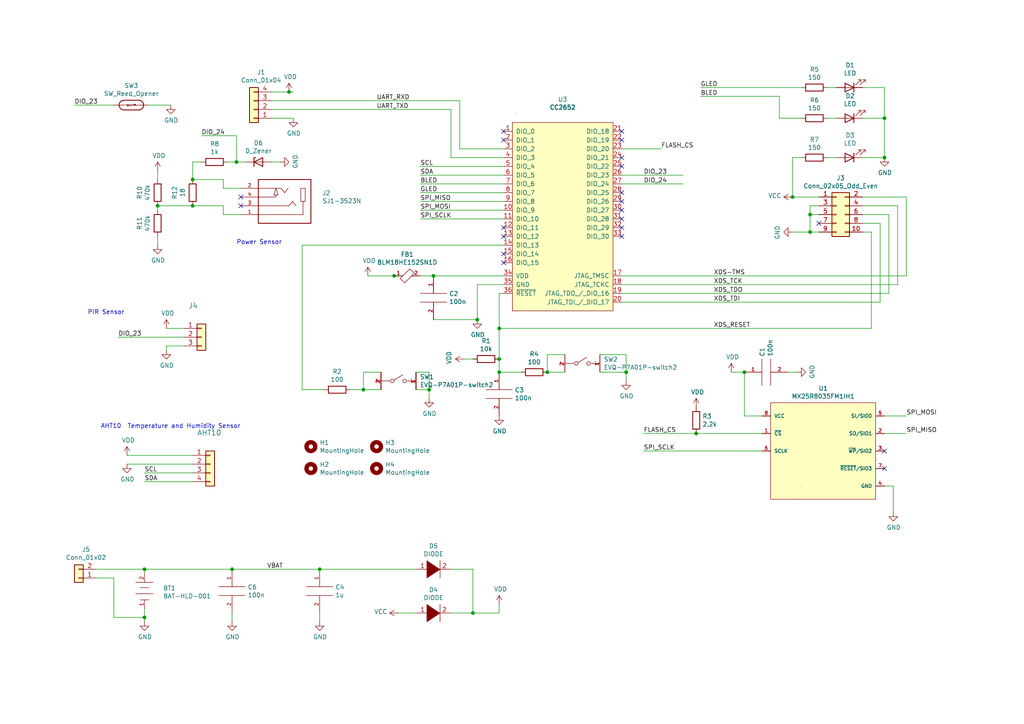
<source format=kicad_sch>
(kicad_sch (version 20211123) (generator eeschema)
  (paper "A4")
  (lib_symbols
    (symbol "Connector_Generic:Conn_01x02" (pin_names (offset 1.016) hide)
      (property "Reference" "J" (at 0 2.54 0))
      (property "Value" "Conn_01x02" (at 0 -5.08 0))
      (symbol "Conn_01x02_1_1"
        (rectangle (start -1.27 -2.413) (end 0 -2.667) (stroke (width 0.1524)))
        (rectangle (start -1.27 0.127) (end 0 -0.127) (stroke (width 0.1524)))
        (rectangle (start -1.27 1.27) (end 1.27 -3.81) (stroke (width 0.254)) (fill (type background)))
        (pin passive line (at -5.08 0 0) (length 3.81) (name "Pin_1") (number "1"))
        (pin passive line (at -5.08 -2.54 0) (length 3.81) (name "Pin_2") (number "2"))
      )
    )
    (symbol "Connector_Generic:Conn_01x03" (pin_names (offset 1.016) hide)
      (property "Reference" "J" (at 0 5.08 0))
      (property "Value" "Conn_01x03" (at 0 -5.08 0))
      (symbol "Conn_01x03_1_1"
        (rectangle (start -1.27 -2.413) (end 0 -2.667) (stroke (width 0.1524)))
        (rectangle (start -1.27 0.127) (end 0 -0.127) (stroke (width 0.1524)))
        (rectangle (start -1.27 2.667) (end 0 2.413) (stroke (width 0.1524)))
        (rectangle (start -1.27 3.81) (end 1.27 -3.81) (stroke (width 0.254)) (fill (type background)))
        (pin passive line (at -5.08 2.54 0) (length 3.81) (name "Pin_1") (number "1"))
        (pin passive line (at -5.08 0 0) (length 3.81) (name "Pin_2") (number "2"))
        (pin passive line (at -5.08 -2.54 0) (length 3.81) (name "Pin_3") (number "3"))
      )
    )
    (symbol "Connector_Generic:Conn_01x04" (pin_names (offset 1.016) hide)
      (property "Reference" "J" (at 0 5.08 0))
      (property "Value" "Conn_01x04" (at 0 -7.62 0))
      (symbol "Conn_01x04_1_1"
        (rectangle (start -1.27 -4.953) (end 0 -5.207) (stroke (width 0.1524)))
        (rectangle (start -1.27 -2.413) (end 0 -2.667) (stroke (width 0.1524)))
        (rectangle (start -1.27 0.127) (end 0 -0.127) (stroke (width 0.1524)))
        (rectangle (start -1.27 2.667) (end 0 2.413) (stroke (width 0.1524)))
        (rectangle (start -1.27 3.81) (end 1.27 -6.35) (stroke (width 0.254)) (fill (type background)))
        (pin passive line (at -5.08 2.54 0) (length 3.81) (name "Pin_1") (number "1"))
        (pin passive line (at -5.08 0 0) (length 3.81) (name "Pin_2") (number "2"))
        (pin passive line (at -5.08 -2.54 0) (length 3.81) (name "Pin_3") (number "3"))
        (pin passive line (at -5.08 -5.08 0) (length 3.81) (name "Pin_4") (number "4"))
      )
    )
    (symbol "Connector_Generic:Conn_02x05_Odd_Even" (pin_names (offset 1.016) hide)
      (property "Reference" "J" (at 1.27 7.62 0))
      (property "Value" "Conn_02x05_Odd_Even" (at 1.27 -7.62 0))
      (symbol "Conn_02x05_Odd_Even_1_1"
        (rectangle (start -1.27 -4.953) (end 0 -5.207) (stroke (width 0.1524)))
        (rectangle (start -1.27 -2.413) (end 0 -2.667) (stroke (width 0.1524)))
        (rectangle (start -1.27 0.127) (end 0 -0.127) (stroke (width 0.1524)))
        (rectangle (start -1.27 2.667) (end 0 2.413) (stroke (width 0.1524)))
        (rectangle (start -1.27 5.207) (end 0 4.953) (stroke (width 0.1524)))
        (rectangle (start -1.27 6.35) (end 3.81 -6.35) (stroke (width 0.254)) (fill (type background)))
        (rectangle (start 3.81 -4.953) (end 2.54 -5.207) (stroke (width 0.1524)))
        (rectangle (start 3.81 -2.413) (end 2.54 -2.667) (stroke (width 0.1524)))
        (rectangle (start 3.81 0.127) (end 2.54 -0.127) (stroke (width 0.1524)))
        (rectangle (start 3.81 2.667) (end 2.54 2.413) (stroke (width 0.1524)))
        (rectangle (start 3.81 5.207) (end 2.54 4.953) (stroke (width 0.1524)))
        (pin passive line (at -5.08 5.08 0) (length 3.81) (name "Pin_1") (number "1"))
        (pin passive line (at 7.62 -5.08 180) (length 3.81) (name "Pin_10") (number "10"))
        (pin passive line (at 7.62 5.08 180) (length 3.81) (name "Pin_2") (number "2"))
        (pin passive line (at -5.08 2.54 0) (length 3.81) (name "Pin_3") (number "3"))
        (pin passive line (at 7.62 2.54 180) (length 3.81) (name "Pin_4") (number "4"))
        (pin passive line (at -5.08 0 0) (length 3.81) (name "Pin_5") (number "5"))
        (pin passive line (at 7.62 0 180) (length 3.81) (name "Pin_6") (number "6"))
        (pin passive line (at -5.08 -2.54 0) (length 3.81) (name "Pin_7") (number "7"))
        (pin passive line (at 7.62 -2.54 180) (length 3.81) (name "Pin_8") (number "8"))
        (pin passive line (at -5.08 -5.08 0) (length 3.81) (name "Pin_9") (number "9"))
      )
    )
    (symbol "Device:D_Zener" (pin_numbers hide) (pin_names (offset 1.016) hide)
      (property "Reference" "D" (at 0 2.54 0))
      (property "Value" "D_Zener" (at 0 -2.54 0))
      (symbol "D_Zener_0_1"
        (polyline (pts (xy 1.27 0) (xy -1.27 0)))
        (polyline (pts (xy -1.27 -1.27) (xy -1.27 1.27) (xy -0.762 1.27)) (stroke (width 0.254)))
        (polyline (pts (xy 1.27 -1.27) (xy 1.27 1.27) (xy -1.27 0) (xy 1.27 -1.27)) (stroke (width 0.254)))
      )
      (symbol "D_Zener_1_1"
        (pin passive line (at -3.81 0 0) (length 2.54) (name "K") (number "1"))
        (pin passive line (at 3.81 0 180) (length 2.54) (name "A") (number "2"))
      )
    )
    (symbol "Device:LED" (pin_numbers hide) (pin_names (offset 1.016) hide)
      (property "Reference" "D" (at 0 2.54 0))
      (property "Value" "LED" (at 0 -2.54 0))
      (symbol "LED_0_1"
        (polyline (pts (xy -1.27 -1.27) (xy -1.27 1.27)) (stroke (width 0.254)))
        (polyline (pts (xy -1.27 0) (xy 1.27 0)))
        (polyline (pts (xy 1.27 -1.27) (xy 1.27 1.27) (xy -1.27 0) (xy 1.27 -1.27)) (stroke (width 0.254)))
        (polyline (pts (xy -3.048 -0.762) (xy -4.572 -2.286) (xy -3.81 -2.286) (xy -4.572 -2.286) (xy -4.572 -1.524)))
        (polyline (pts (xy -1.778 -0.762) (xy -3.302 -2.286) (xy -2.54 -2.286) (xy -3.302 -2.286) (xy -3.302 -1.524)))
      )
      (symbol "LED_1_1"
        (pin passive line (at -3.81 0 0) (length 2.54) (name "K") (number "1"))
        (pin passive line (at 3.81 0 180) (length 2.54) (name "A") (number "2"))
      )
    )
    (symbol "Device:R" (pin_numbers hide) (pin_names (offset 0))
      (property "Reference" "R" (at 2.032 0 90))
      (property "Value" "R" (at 0 0 90))
      (symbol "R_0_1"
        (rectangle (start -1.016 -2.54) (end 1.016 2.54) (stroke (width 0.254)))
      )
      (symbol "R_1_1"
        (pin passive line (at 0 3.81 270) (length 1.27) (name "~") (number "1"))
        (pin passive line (at 0 -3.81 90) (length 1.27) (name "~") (number "2"))
      )
    )
    (symbol "Mechanical:MountingHole" (pin_names (offset 1.016))
      (property "Reference" "H" (at 0 5.08 0))
      (property "Value" "MountingHole" (at 0 3.175 0))
      (symbol "MountingHole_0_1"
        (circle (center 0 0) (radius 1.27) (stroke (width 1.27)))
      )
    )
    (symbol "Switch:SW_Reed_Opener" (pin_numbers hide) (pin_names (offset 0) hide)
      (property "Reference" "SW" (at 0 2.54 0))
      (property "Value" "SW_Reed_Opener" (at 0 -2.54 0))
      (symbol "SW_Reed_Opener_0_0"
        (arc (start -2.159 1.397) (mid -3.556 0) (end -2.159 -1.397) (stroke (width 0.254)))
        (polyline (pts (xy -2.54 0) (xy 1.27 0.254)))
        (polyline (pts (xy -2.159 -1.397) (xy 2.286 -1.397)) (stroke (width 0.254)))
        (polyline (pts (xy 2.159 1.397) (xy -2.159 1.397)) (stroke (width 0.254)))
        (polyline (pts (xy 2.54 0) (xy -1.27 -0.254)))
        (arc (start 2.159 -1.397) (mid 3.556 0) (end 2.159 1.397) (stroke (width 0.254)))
      )
      (symbol "SW_Reed_Opener_0_1"
        (rectangle (start -1.1684 0.0508) (end -0.8636 -0.2032) (fill (type outline)))
        (rectangle (start 0.889 0.1778) (end 1.143 -0.0762) (fill (type outline)))
      )
      (symbol "SW_Reed_Opener_1_1"
        (pin passive line (at -5.08 0 0) (length 2.54) (name "1") (number "1"))
        (pin passive line (at 5.08 0 180) (length 2.54) (name "2") (number "2"))
      )
    )
    (symbol "cc2652_module_rf_star:BAT-HLD-001" (pin_names (offset 1.016))
      (property "Reference" "BT" (at 0 0 0))
      (property "Value" "BAT-HLD-001" (at 0 2.54 0))
      (symbol "BAT-HLD-001_1_0"
        (text "+" (at 2.54 -3.048 1) (effects (font (size 1.524 1.524))))
        (text "-" (at 3.81 -12.7 0) (effects (font (size 1.524 1.524))))
      )
      (symbol "BAT-HLD-001_1_1"
        (polyline (pts (xy 1.27 -10.16) (xy -1.27 -10.16)))
        (polyline (pts (xy 1.27 -6.604) (xy -1.27 -6.604)))
        (polyline (pts (xy 2.54 -8.382) (xy -2.54 -8.382)))
        (polyline (pts (xy 2.54 -5.08) (xy -2.54 -5.08)))
        (pin unspecified line (at 0 -12.7 90) (length 2.54) (name "CATHODE") (number "1"))
        (pin unspecified line (at 0 -2.54 270) (length 2.54) (name "ANODE") (number "2"))
      )
    )
    (symbol "cc2652_module_rf_star:BLM18HE152SN1D" (pin_names (offset 1.016))
      (property "Reference" "FB" (at 0 5.08 0))
      (property "Value" "BLM18HE152SN1D" (at 0 7.62 0))
      (symbol "BLM18HE152SN1D_1_1"
        (polyline (pts (xy 4.318 -0.762) (xy 7.112 2.032)))
        (polyline (pts (xy 5.588 -2.032) (xy 4.318 -0.762)))
        (polyline (pts (xy 5.588 -2.032) (xy 8.382 0.762)))
        (polyline (pts (xy 7.112 2.032) (xy 8.382 0.762)))
        (pin passive line (at 2.54 0 0) (length 2.54) (name "1") (number "1"))
        (pin passive line (at 10.16 0 180) (length 2.54) (name "2") (number "2"))
      )
    )
    (symbol "cc2652_module_rf_star:CC2652" (pin_names (offset 1.016))
      (property "Reference" "U" (at -12.7 24.13 0))
      (property "Value" "CC2652" (at 0 17.78 0))
      (symbol "CC2652_0_1"
        (rectangle (start -12.7 24.13) (end -12.7 24.13))
        (rectangle (start 15.24 -33.02) (end -13.97 21.59) (fill (type background)))
      )
      (symbol "CC2652_1_1"
        (pin bidirectional line (at -16.51 19.05 0) (length 2.54) (name "DIO_0") (number "1"))
        (pin bidirectional line (at -16.51 -3.81 0) (length 2.54) (name "DIO_9") (number "10"))
        (pin bidirectional line (at -16.51 -6.35 0) (length 2.54) (name "DIO_10") (number "11"))
        (pin bidirectional line (at -16.51 -8.89 0) (length 2.54) (name "DIO_11") (number "12"))
        (pin bidirectional line (at -16.51 -11.43 0) (length 2.54) (name "DIO_12") (number "13"))
        (pin bidirectional line (at -16.51 -13.97 0) (length 2.54) (name "DIO_13") (number "14"))
        (pin bidirectional line (at -16.51 -16.51 0) (length 2.54) (name "DIO_14") (number "15"))
        (pin bidirectional line (at -16.51 -19.05 0) (length 2.54) (name "DIO_15") (number "16"))
        (pin bidirectional line (at 17.78 -22.86 180) (length 2.54) (name "JTAG_TMSC") (number "17"))
        (pin input line (at 17.78 -25.4 180) (length 2.54) (name "JTAG_TCKC") (number "18"))
        (pin bidirectional line (at 17.78 -27.94 180) (length 2.54) (name "JTAG_TDO_/_DIO_16") (number "19"))
        (pin bidirectional line (at -16.51 16.51 0) (length 2.54) (name "DIO_1") (number "2"))
        (pin bidirectional line (at 17.78 -30.48 180) (length 2.54) (name "JTAG_TDI_/_DIO_17") (number "20"))
        (pin bidirectional line (at 17.78 19.05 180) (length 2.54) (name "DIO_18") (number "21"))
        (pin bidirectional line (at 17.78 16.51 180) (length 2.54) (name "DIO_19") (number "22"))
        (pin bidirectional line (at 17.78 13.97 180) (length 2.54) (name "DIO_20") (number "23"))
        (pin bidirectional line (at 17.78 11.43 180) (length 2.54) (name "DIO_21") (number "24"))
        (pin bidirectional line (at 17.78 8.89 180) (length 2.54) (name "DIO_22") (number "25"))
        (pin bidirectional line (at 17.78 6.35 180) (length 2.54) (name "DIO_23") (number "26"))
        (pin bidirectional line (at 17.78 3.81 180) (length 2.54) (name "DIO_24") (number "27"))
        (pin bidirectional line (at 17.78 1.27 180) (length 2.54) (name "DIO_25") (number "28"))
        (pin bidirectional line (at 17.78 -1.27 180) (length 2.54) (name "DIO_26") (number "29"))
        (pin bidirectional line (at -16.51 13.97 0) (length 2.54) (name "DIO_2") (number "3"))
        (pin bidirectional line (at 17.78 -3.81 180) (length 2.54) (name "DIO_27") (number "30"))
        (pin bidirectional line (at 17.78 -6.35 180) (length 2.54) (name "DIO_28") (number "31"))
        (pin bidirectional line (at 17.78 -8.89 180) (length 2.54) (name "DIO_29") (number "32"))
        (pin bidirectional line (at 17.78 -11.43 180) (length 2.54) (name "DIO_30") (number "33"))
        (pin input line (at -16.51 -22.86 0) (length 2.54) (name "VDD") (number "34"))
        (pin input line (at -16.51 -25.4 0) (length 2.54) (name "GND") (number "35"))
        (pin input line (at -16.51 -27.94 0) (length 2.54) (name "~{RESET}") (number "36"))
        (pin bidirectional line (at -16.51 11.43 0) (length 2.54) (name "DIO_3") (number "4"))
        (pin bidirectional line (at -16.51 8.89 0) (length 2.54) (name "DIO_4") (number "5"))
        (pin bidirectional line (at -16.51 6.35 0) (length 2.54) (name "DIO_5") (number "6"))
        (pin bidirectional line (at -16.51 3.81 0) (length 2.54) (name "DIO_6") (number "7"))
        (pin bidirectional line (at -16.51 1.27 0) (length 2.54) (name "DIO_7") (number "8"))
        (pin bidirectional line (at -16.51 -1.27 0) (length 2.54) (name "DIO_8") (number "9"))
      )
    )
    (symbol "cc2652_module_rf_star:EVQ-P7A01P-switch2" (pin_names (offset 1.016))
      (property "Reference" "SW" (at 0 0 0))
      (property "Value" "EVQ-P7A01P-switch2" (at 0 2.54 0))
      (symbol "EVQ-P7A01P-switch2_1_1"
        (polyline (pts (xy 0 -5.08) (xy 2.54 -5.08)))
        (polyline (pts (xy 3.81 -4.826) (xy 6.35 -3.302)))
        (polyline (pts (xy 10.16 -5.08) (xy 7.62 -5.08)))
        (circle (center 3.302 -5.08) (radius 0.508))
        (circle (center 6.858 -5.08) (radius 0.508))
        (pin passive line (at 10.16 -7.62 90) (length 5.08) (name "1") (number "1"))
        (pin passive line (at 10.16 -2.54 270) (length 5.08) (name "1'") (number "1'"))
        (pin passive line (at 0 -7.62 90) (length 5.08) (name "2") (number "2"))
        (pin passive line (at 0 -2.54 270) (length 5.08) (name "2'") (number "2'"))
      )
    )
    (symbol "cc2652_module_rf_star:MX25R8035FM1IH1" (pin_names (offset 1.016))
      (property "Reference" "U" (at 0 5.08 0))
      (property "Value" "MX25R8035FM1IH1" (at 0 7.62 0))
      (symbol "MX25R8035FM1IH1_0_1"
        (rectangle (start 5.08 3.81) (end 35.56 -24.13) (fill (type background)))
        (rectangle (start 11.43 -24.13) (end 11.43 -24.13))
        (rectangle (start 13.97 -20.32) (end 13.97 -20.32))
      )
      (symbol "MX25R8035FM1IH1_1_1"
        (pin input line (at 2.54 -5.08 0) (length 2.54) (name "~{CS}") (number "1"))
        (pin bidirectional line (at 38.1 -5.08 180) (length 2.54) (name "SO/SIO1") (number "2"))
        (pin bidirectional line (at 38.1 -10.16 180) (length 2.54) (name "~{WP}/SIO2") (number "3"))
        (pin power_in line (at 38.1 -20.32 180) (length 2.54) (name "GND") (number "4"))
        (pin bidirectional line (at 38.1 0 180) (length 2.54) (name "SI/SIO0") (number "5"))
        (pin input line (at 2.54 -10.16 0) (length 2.54) (name "SCLK") (number "6"))
        (pin bidirectional line (at 38.1 -15.24 180) (length 2.54) (name "~{RESET}/SIO3") (number "7"))
        (pin power_in line (at 2.54 0 0) (length 2.54) (name "VCC") (number "8"))
      )
    )
    (symbol "cc2652_module_rf_star:SJ-3524-SMT" (pin_names (offset 1.016) hide)
      (property "Reference" "J" (at -7.6454 8.2804 0))
      (property "Value" "SJ-3524-SMT" (at -7.6454 -7.6708 0))
      (symbol "SJ-3524-SMT_0_0"
        (polyline (pts (xy -7.62 -5.08) (xy 7.62 -5.08)) (stroke (width 0.254)))
        (polyline (pts (xy -7.62 7.62) (xy -7.62 -5.08)) (stroke (width 0.254)))
        (polyline (pts (xy -5.969 -2.54) (xy -4.699 -2.54)) (stroke (width 0.1524)))
        (polyline (pts (xy -5.969 1.27) (xy -5.969 -2.54)) (stroke (width 0.1524)))
        (polyline (pts (xy -5.334 1.27) (xy -5.969 1.27)) (stroke (width 0.1524)))
        (polyline (pts (xy -5.334 1.27) (xy -5.334 5.08)) (stroke (width 0.1524)))
        (polyline (pts (xy -5.334 5.08) (xy 7.62 5.08)) (stroke (width 0.1524)))
        (polyline (pts (xy -4.699 -2.54) (xy -4.699 1.27)) (stroke (width 0.1524)))
        (polyline (pts (xy -4.699 1.27) (xy -5.334 1.27)) (stroke (width 0.1524)))
        (polyline (pts (xy -2.286 1.27) (xy -3.302 2.54)) (stroke (width 0.1524)))
        (polyline (pts (xy -1.27 2.54) (xy -2.286 1.27)) (stroke (width 0.1524)))
        (polyline (pts (xy -1.016 -2.54) (xy 0 -1.27)) (stroke (width 0.1524)))
        (polyline (pts (xy 0 -1.27) (xy 1.016 -2.54)) (stroke (width 0.1524)))
        (polyline (pts (xy 1.905 -0.6096) (xy 2.4892 -2.54)) (stroke (width 0.1524)))
        (polyline (pts (xy 1.905 -0.6096) (xy 3.0988 -0.6096)) (stroke (width 0.1524)))
        (polyline (pts (xy 2.54 -2.5146) (xy 2.54 -2.54)) (stroke (width 0.1524)))
        (polyline (pts (xy 2.54 0) (xy 2.54 -0.6096)) (stroke (width 0.1524)))
        (polyline (pts (xy 2.54 0) (xy 7.62 0)) (stroke (width 0.1524)))
        (polyline (pts (xy 3.0988 -0.6096) (xy 2.54 -2.5146)) (stroke (width 0.1524)))
        (polyline (pts (xy 7.62 -5.08) (xy 7.62 -2.54)) (stroke (width 0.254)))
        (polyline (pts (xy 7.62 -2.54) (xy 1.016 -2.54)) (stroke (width 0.1524)))
        (polyline (pts (xy 7.62 -2.54) (xy 7.62 0)) (stroke (width 0.254)))
        (polyline (pts (xy 7.62 0) (xy 7.62 2.54)) (stroke (width 0.254)))
        (polyline (pts (xy 7.62 2.54) (xy -1.27 2.54)) (stroke (width 0.1524)))
        (polyline (pts (xy 7.62 2.54) (xy 7.62 5.08)) (stroke (width 0.254)))
        (polyline (pts (xy 7.62 5.08) (xy 7.62 7.62)) (stroke (width 0.254)))
        (polyline (pts (xy 7.62 7.62) (xy -7.62 7.62)) (stroke (width 0.254)))
        (pin passive line (at 12.7 5.08 180) (length 5.08) (name "~") (number "1"))
        (pin passive line (at 12.7 -2.54 180) (length 5.08) (name "~") (number "2"))
        (pin passive line (at 12.7 2.54 180) (length 5.08) (name "~") (number "3"))
        (pin passive line (at 12.7 0 180) (length 5.08) (name "~") (number "4"))
      )
    )
    (symbol "power:GND" (power) (pin_names (offset 0))
      (property "Value" "GND" (at 0 -3.81 0))
      (symbol "GND_0_1"
        (polyline (pts (xy 0 0) (xy 0 -1.27) (xy 1.27 -1.27) (xy 0 -2.54) (xy -1.27 -1.27) (xy 0 -1.27)))
      )
      (symbol "GND_1_1"
        (pin power_in line (at 0 0 270) (length 0) hide (name "GND") (number "1"))
      )
    )
    (symbol "power:VCC" (power) (pin_names (offset 0))
      (property "Value" "VCC" (at 0 3.81 0))
      (symbol "VCC_0_1"
        (polyline (pts (xy -0.762 1.27) (xy 0 2.54)))
        (polyline (pts (xy 0 0) (xy 0 2.54)))
        (polyline (pts (xy 0 2.54) (xy 0.762 1.27)))
      )
      (symbol "VCC_1_1"
        (pin power_in line (at 0 0 90) (length 0) hide (name "VCC") (number "1"))
      )
    )
    (symbol "power:VDD" (power) (pin_names (offset 0))
      (property "Value" "VDD" (at 0 3.81 0))
      (symbol "VDD_0_1"
        (polyline (pts (xy -0.762 1.27) (xy 0 2.54)))
        (polyline (pts (xy 0 0) (xy 0 2.54)))
        (polyline (pts (xy 0 2.54) (xy 0.762 1.27)))
      )
      (symbol "VDD_1_1"
        (pin power_in line (at 0 0 90) (length 0) hide (name "VDD") (number "1"))
      )
    )
    (symbol "pspice:CAP" (pin_names (offset 0.254))
      (property "Reference" "C" (at 2.54 3.81 90))
      (property "Value" "CAP" (at 2.54 -3.81 90))
      (symbol "CAP_0_1"
        (polyline (pts (xy -3.81 -1.27) (xy 3.81 -1.27)))
        (polyline (pts (xy -3.81 1.27) (xy 3.81 1.27)))
      )
      (symbol "CAP_1_1"
        (pin passive line (at 0 6.35 270) (length 5.08) (name "~") (number "1"))
        (pin passive line (at 0 -6.35 90) (length 5.08) (name "~") (number "2"))
      )
    )
    (symbol "pspice:DIODE" (pin_names (offset 1.016) hide)
      (property "Reference" "D" (at 0 3.81 0))
      (property "Value" "DIODE" (at 0 -4.445 0))
      (symbol "DIODE_0_1"
        (polyline (pts (xy 1.905 2.54) (xy 1.905 -2.54)))
        (polyline (pts (xy -1.905 2.54) (xy -1.905 -2.54) (xy 1.905 0)) (fill (type outline)))
      )
      (symbol "DIODE_1_1"
        (pin input line (at -5.08 0 0) (length 3.81) (name "K") (number "1"))
        (pin input line (at 5.08 0 180) (length 3.81) (name "A") (number "2"))
      )
    )
  )
  (junction (at 105.41 113.03))
  (junction (at 256.54 45.72))
  (junction (at 67.31 165.1))
  (junction (at 83.82 26.67))
  (junction (at 138.43 92.71))
  (junction (at 201.93 125.73))
  (junction (at 181.61 107.95))
  (junction (at 125.73 80.01))
  (junction (at 256.54 34.29))
  (junction (at 234.95 67.31))
  (junction (at 229.87 57.15))
  (junction (at 92.71 165.1))
  (junction (at 234.95 62.23))
  (junction (at 215.9 107.95))
  (junction (at 55.88 59.69))
  (junction (at 124.46 113.03))
  (junction (at 45.72 59.69))
  (junction (at 55.88 52.07))
  (junction (at 41.91 179.07))
  (junction (at 144.78 95.25))
  (junction (at 144.78 107.95))
  (junction (at 41.91 165.1))
  (junction (at 68.58 46.99))
  (junction (at 114.3 80.01))
  (junction (at 144.78 104.14))
  (junction (at 137.16 177.8))
  (junction (at 158.75 107.95))
  (no_connect (at 180.34 68.58))
  (no_connect (at 146.05 38.1))
  (no_connect (at 146.05 66.04))
  (no_connect (at 180.34 66.04))
  (no_connect (at 256.54 135.89))
  (no_connect (at 180.34 40.64))
  (no_connect (at 69.85 59.69))
  (no_connect (at 256.54 130.81))
  (no_connect (at 180.34 48.26))
  (no_connect (at 237.49 64.77))
  (no_connect (at 146.05 68.58))
  (no_connect (at 180.34 55.88))
  (no_connect (at 180.34 63.5))
  (no_connect (at 180.34 38.1))
  (no_connect (at 146.05 73.66))
  (no_connect (at 180.34 60.96))
  (no_connect (at 180.34 45.72))
  (no_connect (at 146.05 76.2))
  (no_connect (at 69.85 57.15))
  (no_connect (at 180.34 58.42))
  (no_connect (at 146.05 40.64))
  (wire (pts (xy 105.41 107.95) (xy 105.41 113.03)))
  (wire (pts (xy 257.81 62.23) (xy 250.19 62.23)))
  (wire (pts (xy 146.05 48.26) (xy 121.92 48.26)))
  (wire (pts (xy 181.61 102.87) (xy 181.61 107.95)))
  (wire (pts (xy 255.27 64.77) (xy 250.19 64.77)))
  (wire (pts (xy 257.81 85.09) (xy 257.81 62.23)))
  (wire (pts (xy 93.98 113.03) (xy 87.63 113.03)))
  (wire (pts (xy 64.77 52.07) (xy 55.88 52.07)))
  (wire (pts (xy 87.63 71.12) (xy 87.63 113.03)))
  (wire (pts (xy 234.95 62.23) (xy 234.95 67.31)))
  (wire (pts (xy 260.35 82.55) (xy 260.35 59.69)))
  (wire (pts (xy 250.19 45.72) (xy 256.54 45.72)))
  (wire (pts (xy 215.9 107.95) (xy 215.9 120.65)))
  (wire (pts (xy 203.2 27.94) (xy 226.06 27.94)))
  (wire (pts (xy 69.85 54.61) (xy 64.77 54.61)))
  (wire (pts (xy 229.87 45.72) (xy 232.41 45.72)))
  (wire (pts (xy 115.57 177.8) (xy 120.65 177.8)))
  (wire (pts (xy 180.34 53.34) (xy 198.12 53.34)))
  (wire (pts (xy 144.78 85.09) (xy 146.05 85.09)))
  (wire (pts (xy 163.83 102.87) (xy 158.75 102.87)))
  (wire (pts (xy 262.89 125.73) (xy 256.54 125.73)))
  (wire (pts (xy 21.59 30.48) (xy 33.02 30.48)))
  (wire (pts (xy 55.88 46.99) (xy 55.88 52.07)))
  (wire (pts (xy 45.72 49.53) (xy 45.72 52.07)))
  (wire (pts (xy 121.92 80.01) (xy 125.73 80.01)))
  (wire (pts (xy 92.71 165.1) (xy 120.65 165.1)))
  (wire (pts (xy 180.34 82.55) (xy 260.35 82.55)))
  (wire (pts (xy 256.54 45.72) (xy 256.54 34.29)))
  (wire (pts (xy 144.78 107.95) (xy 144.78 104.14)))
  (wire (pts (xy 121.92 60.96) (xy 146.05 60.96)))
  (wire (pts (xy 198.12 50.8) (xy 180.34 50.8)))
  (wire (pts (xy 201.93 125.73) (xy 220.98 125.73)))
  (wire (pts (xy 151.13 107.95) (xy 144.78 107.95)))
  (wire (pts (xy 203.2 25.4) (xy 232.41 25.4)))
  (wire (pts (xy 41.91 179.07) (xy 41.91 180.34)))
  (wire (pts (xy 240.03 45.72) (xy 242.57 45.72)))
  (wire (pts (xy 64.77 54.61) (xy 64.77 52.07)))
  (wire (pts (xy 45.72 68.58) (xy 45.72 71.12)))
  (wire (pts (xy 120.65 107.95) (xy 124.46 107.95)))
  (wire (pts (xy 137.16 177.8) (xy 144.78 177.8)))
  (wire (pts (xy 173.99 102.87) (xy 181.61 102.87)))
  (wire (pts (xy 133.35 29.21) (xy 78.74 29.21)))
  (wire (pts (xy 33.02 179.07) (xy 41.91 179.07)))
  (wire (pts (xy 180.34 85.09) (xy 257.81 85.09)))
  (wire (pts (xy 121.92 63.5) (xy 146.05 63.5)))
  (wire (pts (xy 130.81 31.75) (xy 78.74 31.75)))
  (wire (pts (xy 125.73 80.01) (xy 146.05 80.01)))
  (wire (pts (xy 124.46 113.03) (xy 124.46 115.57)))
  (wire (pts (xy 69.85 62.23) (xy 64.77 62.23)))
  (wire (pts (xy 144.78 95.25) (xy 252.73 95.25)))
  (wire (pts (xy 237.49 62.23) (xy 234.95 62.23)))
  (wire (pts (xy 101.6 113.03) (xy 105.41 113.03)))
  (wire (pts (xy 68.58 46.99) (xy 66.04 46.99)))
  (wire (pts (xy 144.78 104.14) (xy 144.78 95.25)))
  (wire (pts (xy 186.69 130.81) (xy 220.98 130.81)))
  (wire (pts (xy 229.87 57.15) (xy 237.49 57.15)))
  (wire (pts (xy 180.34 43.18) (xy 191.77 43.18)))
  (wire (pts (xy 83.82 26.67) (xy 85.09 26.67)))
  (wire (pts (xy 262.89 57.15) (xy 250.19 57.15)))
  (wire (pts (xy 68.58 39.37) (xy 58.42 39.37)))
  (wire (pts (xy 41.91 165.1) (xy 41.91 166.37)))
  (wire (pts (xy 215.9 120.65) (xy 220.98 120.65)))
  (wire (pts (xy 181.61 107.95) (xy 181.61 110.49)))
  (wire (pts (xy 231.14 107.95) (xy 228.6 107.95)))
  (wire (pts (xy 250.19 34.29) (xy 256.54 34.29)))
  (wire (pts (xy 71.12 46.99) (xy 68.58 46.99)))
  (wire (pts (xy 256.54 25.4) (xy 250.19 25.4)))
  (wire (pts (xy 27.94 165.1) (xy 41.91 165.1)))
  (wire (pts (xy 133.35 43.18) (xy 146.05 43.18)))
  (wire (pts (xy 121.92 53.34) (xy 146.05 53.34)))
  (wire (pts (xy 130.81 45.72) (xy 130.81 31.75)))
  (wire (pts (xy 237.49 67.31) (xy 234.95 67.31)))
  (wire (pts (xy 48.26 100.33) (xy 53.34 100.33)))
  (wire (pts (xy 64.77 59.69) (xy 55.88 59.69)))
  (wire (pts (xy 146.05 45.72) (xy 130.81 45.72)))
  (wire (pts (xy 130.81 165.1) (xy 137.16 165.1)))
  (wire (pts (xy 259.08 140.97) (xy 259.08 148.59)))
  (wire (pts (xy 138.43 82.55) (xy 138.43 92.71)))
  (wire (pts (xy 27.94 167.64) (xy 33.02 167.64)))
  (wire (pts (xy 41.91 139.7) (xy 55.88 139.7)))
  (wire (pts (xy 78.74 26.67) (xy 83.82 26.67)))
  (wire (pts (xy 240.03 25.4) (xy 242.57 25.4)))
  (wire (pts (xy 92.71 180.34) (xy 92.71 177.8)))
  (wire (pts (xy 134.62 104.14) (xy 137.16 104.14)))
  (wire (pts (xy 58.42 46.99) (xy 55.88 46.99)))
  (wire (pts (xy 180.34 87.63) (xy 255.27 87.63)))
  (wire (pts (xy 212.09 107.95) (xy 215.9 107.95)))
  (wire (pts (xy 229.87 67.31) (xy 234.95 67.31)))
  (wire (pts (xy 137.16 165.1) (xy 137.16 177.8)))
  (wire (pts (xy 252.73 95.25) (xy 252.73 67.31)))
  (wire (pts (xy 36.83 134.62) (xy 55.88 134.62)))
  (wire (pts (xy 260.35 59.69) (xy 250.19 59.69)))
  (wire (pts (xy 158.75 107.95) (xy 163.83 107.95)))
  (wire (pts (xy 237.49 59.69) (xy 234.95 59.69)))
  (wire (pts (xy 34.29 97.79) (xy 53.34 97.79)))
  (wire (pts (xy 256.54 120.65) (xy 262.89 120.65)))
  (wire (pts (xy 78.74 34.29) (xy 85.09 34.29)))
  (wire (pts (xy 133.35 43.18) (xy 133.35 29.21)))
  (wire (pts (xy 48.26 101.6) (xy 48.26 100.33)))
  (wire (pts (xy 252.73 67.31) (xy 250.19 67.31)))
  (wire (pts (xy 158.75 102.87) (xy 158.75 107.95)))
  (wire (pts (xy 121.92 58.42) (xy 146.05 58.42)))
  (wire (pts (xy 146.05 55.88) (xy 121.92 55.88)))
  (wire (pts (xy 144.78 175.26) (xy 144.78 177.8)))
  (wire (pts (xy 78.74 46.99) (xy 81.28 46.99)))
  (wire (pts (xy 92.71 165.1) (xy 67.31 165.1)))
  (wire (pts (xy 114.3 80.01) (xy 116.84 80.01)))
  (wire (pts (xy 146.05 50.8) (xy 121.92 50.8)))
  (wire (pts (xy 130.81 177.8) (xy 137.16 177.8)))
  (wire (pts (xy 110.49 107.95) (xy 105.41 107.95)))
  (wire (pts (xy 226.06 34.29) (xy 232.41 34.29)))
  (wire (pts (xy 53.34 95.25) (xy 48.26 95.25)))
  (wire (pts (xy 106.68 80.01) (xy 114.3 80.01)))
  (wire (pts (xy 33.02 167.64) (xy 33.02 179.07)))
  (wire (pts (xy 64.77 62.23) (xy 64.77 59.69)))
  (wire (pts (xy 240.03 34.29) (xy 242.57 34.29)))
  (wire (pts (xy 41.91 137.16) (xy 55.88 137.16)))
  (wire (pts (xy 259.08 140.97) (xy 256.54 140.97)))
  (wire (pts (xy 124.46 107.95) (xy 124.46 113.03)))
  (wire (pts (xy 105.41 113.03) (xy 110.49 113.03)))
  (wire (pts (xy 41.91 165.1) (xy 67.31 165.1)))
  (wire (pts (xy 43.18 30.48) (xy 49.53 30.48)))
  (wire (pts (xy 120.65 113.03) (xy 124.46 113.03)))
  (wire (pts (xy 41.91 176.53) (xy 41.91 179.07)))
  (wire (pts (xy 234.95 59.69) (xy 234.95 62.23)))
  (wire (pts (xy 201.93 125.73) (xy 186.69 125.73)))
  (wire (pts (xy 87.63 71.12) (xy 146.05 71.12)))
  (wire (pts (xy 255.27 87.63) (xy 255.27 64.77)))
  (wire (pts (xy 226.06 27.94) (xy 226.06 34.29)))
  (wire (pts (xy 256.54 34.29) (xy 256.54 25.4)))
  (wire (pts (xy 45.72 59.69) (xy 55.88 59.69)))
  (wire (pts (xy 125.73 92.71) (xy 138.43 92.71)))
  (wire (pts (xy 68.58 39.37) (xy 68.58 46.99)))
  (wire (pts (xy 45.72 59.69) (xy 45.72 60.96)))
  (wire (pts (xy 180.34 80.01) (xy 262.89 80.01)))
  (wire (pts (xy 144.78 85.09) (xy 144.78 95.25)))
  (wire (pts (xy 67.31 180.34) (xy 67.31 177.8)))
  (wire (pts (xy 173.99 107.95) (xy 181.61 107.95)))
  (wire (pts (xy 229.87 45.72) (xy 229.87 57.15)))
  (wire (pts (xy 262.89 80.01) (xy 262.89 57.15)))
  (wire (pts (xy 55.88 132.08) (xy 36.83 132.08)))
  (wire (pts (xy 138.43 82.55) (xy 146.05 82.55)))
  (text "PIR Sensor" (at 25.4 91.44 0) (effects (font (size 1.27 1.27)) (justify left bottom)))
  (text "AHT10  Temperature and Humidity Sensor" (at 29.21 124.46 0) (effects (font (size 1.27 1.27)) (justify left bottom)))
  (text "Power Sensor" (at 68.58 71.12 0) (effects (font (size 1.27 1.27)) (justify left bottom)))
  (label "SDA" (at 121.92 50.8 0))
  (label "XDS-TMS" (at 207.01 80.01 0))
  (label "SPI_SCLK" (at 121.92 63.5 0))
  (label "DIO_24" (at 186.69 53.34 0))
  (label "DIO_23" (at 21.59 30.48 0))
  (label "GLED" (at 121.92 55.88 0))
  (label "VBAT" (at 77.47 165.1 0))
  (label "BLED" (at 203.2 27.94 0))
  (label "BLED" (at 121.92 53.34 0))
  (label "SPI_MOSI" (at 121.92 60.96 0))
  (label "DIO_23" (at 186.69 50.8 0))
  (label "SPI_MOSI" (at 262.89 120.65 0))
  (label "XDS_RESET" (at 207.01 95.25 0))
  (label "SCL" (at 121.92 48.26 0))
  (label "SPI_MISO" (at 262.89 125.73 0))
  (label "DIO_23" (at 34.29 97.79 0))
  (label "SDA" (at 41.91 139.7 0))
  (label "SCL" (at 41.91 137.16 0))
  (label "XDS_TDI" (at 207.01 87.63 0))
  (label "FLASH_CS" (at 191.77 43.18 0))
  (label "XDS_TDO" (at 207.01 85.09 0))
  (label "SPI_SCLK" (at 186.69 130.81 0))
  (label "GLED" (at 203.2 25.4 0))
  (label "SPI_MISO" (at 121.92 58.42 0))
  (label "XDS_TCK" (at 207.01 82.55 0))
  (label "FLASH_CS" (at 186.69 125.73 0))
  (label "UART_TXD" (at 109.22 31.75 0))
  (label "DIO_24" (at 58.42 39.37 0))
  (label "UART_RXD" (at 109.22 29.21 0))
  (symbol (lib_id "cc2652_module_rf_star:CC2652") (at 162.56 57.15 0) (unit 1)
    (property "Reference" "U3" (at 163.195 28.829 0))
    (property "Value" "CC2652" (at 163.195 31.1404 0) (effects (font bold)))
    (property "Footprint" "daughter_board:rf_star_cc2652" (effects hide))
  )
  (symbol (lib_id "Connector_Generic:Conn_02x05_Odd_Even") (at 242.57 62.23 0) (unit 1)
    (property "Reference" "J3" (at 243.84 51.6382 0))
    (property "Value" "Conn_02x05_Odd_Even" (at 243.84 53.9496 0))
    (property "Footprint" "Connector_PinHeader_1.27mm:PinHeader_2x05_P1.27mm_Vertical" (effects hide))
  )
  (symbol (lib_id "power:GND") (at 229.87 67.31 270) (unit 1)
    (property "Reference" "#PWR0101" (effects hide))
    (property "Value" "GND" (at 225.4758 67.437 0))
  )
  (symbol (lib_id "Device:R") (at 154.94 107.95 270) (unit 1)
    (property "Reference" "R4" (at 154.94 102.6922 90))
    (property "Value" "100" (at 154.94 105.0036 90))
    (property "Footprint" "Resistor_SMD:R_0805_2012Metric" (effects hide))
  )
  (symbol (lib_id "power:GND") (at 181.61 110.49 0) (unit 1)
    (property "Reference" "#PWR0102" (effects hide))
    (property "Value" "GND" (at 181.737 114.8842 0))
  )
  (symbol (lib_id "power:VCC") (at 229.87 57.15 90) (unit 1)
    (property "Reference" "#PWR0104" (effects hide))
    (property "Value" "VCC" (at 226.6442 56.769 90) (effects (justify left)))
  )
  (symbol (lib_id "pspice:CAP") (at 125.73 86.36 0) (unit 1)
    (property "Reference" "C2" (at 130.2512 85.1916 0) (effects (justify left)))
    (property "Value" "100n" (at 130.2512 87.503 0) (effects (justify left)))
    (property "Footprint" "Capacitor_SMD:C_0805_2012Metric" (effects hide))
  )
  (symbol (lib_id "power:GND") (at 138.43 92.71 0) (unit 1)
    (property "Reference" "#PWR0106" (effects hide))
    (property "Value" "GND" (at 138.557 97.1042 0))
  )
  (symbol (lib_id "Device:R") (at 97.79 113.03 270) (unit 1)
    (property "Reference" "R2" (at 97.79 107.7722 90))
    (property "Value" "100" (at 97.79 110.0836 90))
    (property "Footprint" "Resistor_SMD:R_0805_2012Metric" (effects hide))
  )
  (symbol (lib_id "power:GND") (at 124.46 115.57 0) (unit 1)
    (property "Reference" "#PWR0107" (effects hide))
    (property "Value" "GND" (at 124.587 119.9642 0))
  )
  (symbol (lib_id "power:VDD") (at 106.68 80.01 0) (unit 1)
    (property "Reference" "#PWR0109" (effects hide))
    (property "Value" "VDD" (at 107.061 75.6158 0))
  )
  (symbol (lib_id "power:VDD") (at 83.82 26.67 0) (unit 1)
    (property "Reference" "#PWR0110" (effects hide))
    (property "Value" "VDD" (at 84.201 22.2758 0))
  )
  (symbol (lib_id "Connector_Generic:Conn_01x04") (at 73.66 31.75 180) (unit 1)
    (property "Reference" "J1" (at 75.7428 20.955 0))
    (property "Value" "Conn_01x04" (at 75.7428 23.2664 0))
    (property "Footprint" "Connector_PinHeader_2.54mm:PinHeader_1x04_P2.54mm_Vertical" (effects hide))
  )
  (symbol (lib_id "power:GND") (at 85.09 34.29 0) (unit 1)
    (property "Reference" "#PWR0111" (effects hide))
    (property "Value" "GND" (at 85.217 38.6842 0))
  )
  (symbol (lib_id "power:GND") (at 259.08 148.59 0) (unit 1)
    (property "Reference" "#PWR0112" (effects hide))
    (property "Value" "GND" (at 259.207 152.9842 0))
  )
  (symbol (lib_id "power:VDD") (at 212.09 107.95 0) (unit 1)
    (property "Reference" "#PWR0113" (effects hide))
    (property "Value" "VDD" (at 212.471 103.5558 0))
  )
  (symbol (lib_id "Device:R") (at 201.93 121.92 0) (unit 1)
    (property "Reference" "R3" (at 203.708 120.7516 0) (effects (justify left)))
    (property "Value" "2.2k" (at 203.708 123.063 0) (effects (justify left)))
    (property "Footprint" "Resistor_SMD:R_0805_2012Metric" (effects hide))
  )
  (symbol (lib_id "power:VDD") (at 201.93 118.11 0) (unit 1)
    (property "Reference" "#PWR0114" (effects hide))
    (property "Value" "VDD" (at 202.311 113.7158 0))
  )
  (symbol (lib_id "Device:LED") (at 246.38 45.72 180) (unit 1)
    (property "Reference" "D3" (at 246.5578 39.243 0))
    (property "Value" "LED" (at 246.5578 41.5544 0))
    (property "Footprint" "daughter_board:Lite-On-LTST-S220KRKT-0-0-0" (effects hide))
  )
  (symbol (lib_id "pspice:CAP") (at 222.25 107.95 90) (unit 1)
    (property "Reference" "C1" (at 221.0816 103.4288 0) (effects (justify left)))
    (property "Value" "100n" (at 223.393 103.4288 0) (effects (justify left)))
    (property "Footprint" "Capacitor_SMD:C_0805_2012Metric" (effects hide))
  )
  (symbol (lib_id "Device:LED") (at 246.38 34.29 180) (unit 1)
    (property "Reference" "D2" (at 246.5578 27.813 0))
    (property "Value" "LED" (at 246.5578 30.1244 0))
    (property "Footprint" "daughter_board:Lite-On-LTST-S220KRKT-0-0-0" (effects hide))
  )
  (symbol (lib_id "Device:LED") (at 246.38 25.4 180) (unit 1)
    (property "Reference" "D1" (at 246.5578 18.923 0))
    (property "Value" "LED" (at 246.5578 21.2344 0))
    (property "Footprint" "daughter_board:Lite-On-LTST-S220KRKT-0-0-0" (effects hide))
  )
  (symbol (lib_id "Device:R") (at 236.22 45.72 270) (unit 1)
    (property "Reference" "R7" (at 236.22 40.4622 90))
    (property "Value" "150" (at 236.22 42.7736 90))
    (property "Footprint" "Resistor_SMD:R_0805_2012Metric" (effects hide))
  )
  (symbol (lib_id "Device:R") (at 236.22 34.29 270) (unit 1)
    (property "Reference" "R6" (at 236.22 29.0322 90))
    (property "Value" "150" (at 236.22 31.3436 90))
    (property "Footprint" "Resistor_SMD:R_0805_2012Metric" (effects hide))
  )
  (symbol (lib_id "Device:R") (at 236.22 25.4 270) (unit 1)
    (property "Reference" "R5" (at 236.22 20.1422 90))
    (property "Value" "150" (at 236.22 22.4536 90))
    (property "Footprint" "Resistor_SMD:R_0805_2012Metric" (effects hide))
  )
  (symbol (lib_id "power:GND") (at 256.54 45.72 0) (unit 1)
    (property "Reference" "#PWR0121" (effects hide))
    (property "Value" "GND" (at 256.667 50.1142 0))
  )
  (symbol (lib_id "power:GND") (at 231.14 107.95 90) (unit 1)
    (property "Reference" "#PWR09" (effects hide))
    (property "Value" "GND" (at 235.5342 107.823 0))
  )
  (symbol (lib_id "power:GND") (at 92.71 180.34 0) (unit 1)
    (property "Reference" "#PWR08" (effects hide))
    (property "Value" "GND" (at 92.837 184.7342 0))
  )
  (symbol (lib_id "pspice:CAP") (at 92.71 171.45 0) (unit 1)
    (property "Reference" "C4" (at 97.2312 170.2816 0) (effects (justify left)))
    (property "Value" "1u" (at 97.2312 172.593 0) (effects (justify left)))
    (property "Footprint" "Capacitor_SMD:C_0805_2012Metric" (effects hide))
  )
  (symbol (lib_id "Device:R") (at 140.97 104.14 270) (unit 1)
    (property "Reference" "R1" (at 140.97 98.8822 90))
    (property "Value" "10k" (at 140.97 101.1936 90))
    (property "Footprint" "Resistor_SMD:R_0805_2012Metric" (effects hide))
  )
  (symbol (lib_id "pspice:CAP") (at 144.78 114.3 0) (unit 1)
    (property "Reference" "C3" (at 149.3012 113.1316 0) (effects (justify left)))
    (property "Value" "100n" (at 149.3012 115.443 0) (effects (justify left)))
    (property "Footprint" "Capacitor_SMD:C_0805_2012Metric" (effects hide))
  )
  (symbol (lib_id "power:VDD") (at 134.62 104.14 90) (unit 1)
    (property "Reference" "#PWR04" (effects hide))
    (property "Value" "VDD" (at 130.2258 103.759 0))
  )
  (symbol (lib_id "power:GND") (at 144.78 120.65 0) (unit 1)
    (property "Reference" "#PWR05" (effects hide))
    (property "Value" "GND" (at 144.907 125.0442 0))
  )
  (symbol (lib_id "pspice:CAP") (at 67.31 171.45 0) (unit 1)
    (property "Reference" "C6" (at 71.8312 170.2816 0) (effects (justify left)))
    (property "Value" "100n" (at 71.8312 172.593 0) (effects (justify left)))
    (property "Footprint" "Capacitor_SMD:C_0805_2012Metric" (effects hide))
  )
  (symbol (lib_id "power:GND") (at 67.31 180.34 0) (unit 1)
    (property "Reference" "#PWR0122" (effects hide))
    (property "Value" "GND" (at 67.437 184.7342 0))
  )
  (symbol (lib_id "cc2652_module_rf_star:BAT-HLD-001") (at 41.91 163.83 0) (unit 1)
    (property "Reference" "BT1" (at 47.2948 170.5864 0) (effects (justify left)))
    (property "Value" "BAT-HLD-001" (at 47.2948 172.8978 0) (effects (justify left)))
    (property "Footprint" "daughter_board:Linx-BAT-HLD-001-0" (effects hide))
    (property "Datasheet" "https://www.linxtechnologies.com/resources/diagrams/bat-hld-001.pdf" (effects hide))
    (property "category" "Batt" (effects hide))
    (property "digikey description" "HOLDER BATTERY 20MM COIN" (effects hide))
    (property "digikey part number" "BAT-HLD-001-ND" (effects hide))
    (property "lead free" "yes" (effects hide))
    (property "library id" "46b8dec5928a9d45" (effects hide))
    (property "manufacturer" "Linx" (effects hide))
    (property "mounting type" "Surface Mount" (effects hide))
    (property "mouser part number" "712-BAT-HLD-001" (effects hide))
    (property "package" "BAT_SMT_21MM1_15MM5" (effects hide))
    (property "rohs" "yes" (effects hide))
  )
  (symbol (lib_id "power:GND") (at 41.91 180.34 0) (unit 1)
    (property "Reference" "#PWR01" (effects hide))
    (property "Value" "GND" (at 42.037 184.7342 0))
  )
  (symbol (lib_id "pspice:DIODE") (at 125.73 177.8 0) (unit 1)
    (property "Reference" "D4" (at 125.73 171.069 0))
    (property "Value" "DIODE" (at 125.73 173.3804 0))
    (property "Footprint" "daughter_board:SOD-123FL" (effects hide))
  )
  (symbol (lib_id "cc2652_module_rf_star:EVQ-P7A01P-switch2") (at 110.49 105.41 0) (unit 1)
    (property "Reference" "SW1" (at 121.7676 109.3216 0) (effects (justify left)))
    (property "Value" "EVQ-P7A01P-switch2" (at 121.7676 111.633 0) (effects (justify left)))
    (property "Footprint" "daughter_board:Panasonic-EVQ-P7A01P-0-0-MFG" (effects hide))
    (property "Datasheet" "https://industrial.panasonic.com/cdbs/www-data/pdf/ATK0000/ATK0000C378.pdf" (effects hide))
    (property "automotive" "No" (effects hide))
    (property "category" "Switch" (effects hide))
    (property "contact current rating" "50mA" (effects hide))
    (property "contact resistance" "500mΩ" (effects hide))
    (property "device class L1" "Electromechanical" (effects hide))
    (property "device class L2" "Switches" (effects hide))
    (property "device class L3" "Tactile Switches" (effects hide))
    (property "digikey description" "SWITCH TACTILE SPST-NO 0.05A 12V" (effects hide))
    (property "digikey part number" "P16763CT-ND" (effects hide))
    (property "electromechanical life" "100000Cycles" (effects hide))
    (property "height" "1.55mm" (effects hide))
    (property "lead free" "Yes" (effects hide))
    (property "library id" "2f293019bba4f771" (effects hide))
    (property "manufacturer" "Panasonic" (effects hide))
    (property "mount" "Surface Mount" (effects hide))
    (property "mouser description" "SWITCH TACTILE SPST-NO 0.05A 12V" (effects hide))
    (property "mouser part number" "667-EVQP7A01P" (effects hide))
    (property "operating force" "2.2N" (effects hide))
    (property "package" "SMT_SW_3MM5_2MM9" (effects hide))
    (property "rohs" "Yes" (effects hide))
    (property "temperature range high" "+70°C" (effects hide))
    (property "temperature range low" "-20°C" (effects hide))
    (property "throw configuration" "SPST-NO" (effects hide))
    (property "voltage rating DC" "12V" (effects hide))
  )
  (symbol (lib_id "power:VCC") (at 115.57 177.8 90) (unit 1)
    (property "Reference" "#PWR02" (effects hide))
    (property "Value" "VCC" (at 112.3442 177.419 90) (effects (justify left)))
  )
  (symbol (lib_id "power:VDD") (at 144.78 175.26 0) (unit 1)
    (property "Reference" "#PWR03" (effects hide))
    (property "Value" "VDD" (at 145.161 170.8658 0))
  )
  (symbol (lib_id "cc2652_module_rf_star:EVQ-P7A01P-switch2") (at 163.83 100.33 0) (unit 1)
    (property "Reference" "SW2" (at 175.1076 104.2416 0) (effects (justify left)))
    (property "Value" "EVQ-P7A01P-switch2" (at 175.1076 106.553 0) (effects (justify left)))
    (property "Footprint" "daughter_board:Panasonic-EVQ-P7A01P-0-0-MFG" (effects hide))
    (property "Datasheet" "https://industrial.panasonic.com/cdbs/www-data/pdf/ATK0000/ATK0000C378.pdf" (effects hide))
    (property "automotive" "No" (effects hide))
    (property "category" "Switch" (effects hide))
    (property "contact current rating" "50mA" (effects hide))
    (property "contact resistance" "500mΩ" (effects hide))
    (property "device class L1" "Electromechanical" (effects hide))
    (property "device class L2" "Switches" (effects hide))
    (property "device class L3" "Tactile Switches" (effects hide))
    (property "digikey description" "SWITCH TACTILE SPST-NO 0.05A 12V" (effects hide))
    (property "digikey part number" "P16763CT-ND" (effects hide))
    (property "electromechanical life" "100000Cycles" (effects hide))
    (property "height" "1.55mm" (effects hide))
    (property "lead free" "Yes" (effects hide))
    (property "library id" "2f293019bba4f771" (effects hide))
    (property "manufacturer" "Panasonic" (effects hide))
    (property "mount" "Surface Mount" (effects hide))
    (property "mouser description" "SWITCH TACTILE SPST-NO 0.05A 12V" (effects hide))
    (property "mouser part number" "667-EVQP7A01P" (effects hide))
    (property "operating force" "2.2N" (effects hide))
    (property "package" "SMT_SW_3MM5_2MM9" (effects hide))
    (property "rohs" "Yes" (effects hide))
    (property "temperature range high" "+70°C" (effects hide))
    (property "temperature range low" "-20°C" (effects hide))
    (property "throw configuration" "SPST-NO" (effects hide))
    (property "voltage rating DC" "12V" (effects hide))
  )
  (symbol (lib_id "pspice:DIODE") (at 125.73 165.1 0) (unit 1)
    (property "Reference" "D5" (at 125.73 158.369 0))
    (property "Value" "DIODE" (at 125.73 160.6804 0))
    (property "Footprint" "daughter_board:SOD-123FL" (effects hide))
  )
  (symbol (lib_id "cc2652_module_rf_star:BLM18HE152SN1D") (at 111.76 80.01 0) (unit 1)
    (property "Reference" "FB1" (at 118.11 73.787 0))
    (property "Value" "BLM18HE152SN1D" (at 118.11 76.0984 0))
    (property "Footprint" "Resistor_SMD:R_0603_1608Metric_Pad0.98x0.95mm_HandSolder" (effects hide))
    (property "Datasheet" "https://www.murata.com/en-us/products/productdetail?partno=BLM18HE152SN1%23" (effects hide))
    (property "RMS current" "500mA" (effects hide))
    (property "automotive" "No" (effects hide))
    (property "category" "FBead" (effects hide))
    (property "device class L1" "Passive Components" (effects hide))
    (property "device class L2" "EMI / RFI Components" (effects hide))
    (property "device class L3" "Ferrite Beads and Chips" (effects hide))
    (property "height" "0.95mm" (effects hide))
    (property "impedance at frequency" "1500Ω @ 100MHz" (effects hide))
    (property "ipc land pattern name" "CAPC16080X80" (effects hide))
    (property "lead free" "Yes" (effects hide))
    (property "library id" "79fe80c99abd3e2a" (effects hide))
    (property "manufacturer" "Murata" (effects hide))
    (property "package" "0603" (effects hide))
    (property "rohs" "Yes" (effects hide))
    (property "series resistance" "0.5Ω" (effects hide))
    (property "temperature range high" "+125℃" (effects hide))
    (property "temperature range low" "-55°C" (effects hide))
    (property "test frequency" "100MHz" (effects hide))
    (property "tolerance" "25%" (effects hide))
  )
  (symbol (lib_id "Connector_Generic:Conn_01x04") (at 60.96 134.62 0) (unit 1)
    (property "Reference" "AHT10" (at 57.15 126.365 0) (effects (font (size 1.4986 1.4986)) (justify left bottom)))
    (property "Value" "Conn_01x04" (effects hide))
    (property "Footprint" "Connector_PinHeader_2.54mm:PinHeader_1x04_P2.54mm_Vertical" (effects hide))
  )
  (symbol (lib_id "power:VDD") (at 36.83 132.08 0) (unit 1)
    (property "Reference" "#PWR0116" (effects hide))
    (property "Value" "VDD" (at 37.211 127.6858 0))
  )
  (symbol (lib_id "power:GND") (at 36.83 134.62 0) (unit 1)
    (property "Reference" "#PWR0117" (effects hide))
    (property "Value" "GND" (at 36.957 139.0142 0))
  )
  (symbol (lib_id "cc2652_module_rf_star:MX25R8035FM1IH1") (at 218.44 120.65 0) (unit 1)
    (property "Reference" "U1" (at 238.76 112.649 0))
    (property "Value" "MX25R8035FM1IH1" (at 238.76 114.9604 0))
    (property "Footprint" "Package_SO:SOP-8_3.9x4.9mm_P1.27mm" (effects hide))
    (property "Datasheet" "http://www.macronix.com/Lists/Datasheet/Attachments/7461/MX25R8035F,%20Wide%20Range,%208Mb,%20v1.6.pdf" (effects hide))
    (property "access time" "12ns" (effects hide))
    (property "ambient temperature range high" "+85°C" (effects hide))
    (property "ambient temperature range low" "-40°C" (effects hide))
    (property "automotive" "No" (effects hide))
    (property "category" "IC" (effects hide))
    (property "device class L1" "Integrated Circuits (ICs)" (effects hide))
    (property "device class L2" "Memory" (effects hide))
    (property "device class L3" "Flash" (effects hide))
    (property "digikey description" "IC FLASH 8M SPI 33MHZ 8USON" (effects hide))
    (property "digikey part number" "1092-1207-1-ND" (effects hide))
    (property "footprint url" "http://www.macronix.com/Lists/ApplicationNote/Attachments/1997/AN0159V4-%20Recommended%20PCB%20Pad%20Layouts%20for%208-USON%20and%208-WSON%20Packages_2.pdf" (effects hide))
    (property "frequency" "33MHz" (effects hide))
    (property "height" "0.6mm" (effects hide))
    (property "interface" "SPI" (effects hide))
    (property "ipc land pattern name" "DFN200X300X55-8" (effects hide))
    (property "lead free" "Yes" (effects hide))
    (property "library id" "845247ac2f357ca3" (effects hide))
    (property "manufacturer" "Macronix International Co., Ltd." (effects hide))
    (property "max supply voltage" "3.6V" (effects hide))
    (property "memory size" "8Mbits" (effects hide))
    (property "memory type" "FLASH,NOR" (effects hide))
    (property "min supply voltage" "1.65V" (effects hide))
    (property "mounting type" "Surface Mount" (effects hide))
    (property "nominal supply current" "4.5-6mA" (effects hide))
    (property "package" "USON8" (effects hide))
    (property "rohs" "Yes" (effects hide))
    (property "standoff height" "0mm" (effects hide))
    (property "temperature range high" "+85°C" (effects hide))
    (property "temperature range low" "-40°C" (effects hide))
  )
  (symbol (lib_id "cc2652_module_rf_star:SJ-3524-SMT") (at 82.55 57.15 180) (unit 1)
    (property "Reference" "J2" (at 93.472 55.9816 0) (effects (justify right)))
    (property "Value" "SJ1-3523N" (at 93.472 58.293 0) (effects (justify right)))
    (property "Footprint" "daughter_board:CUI_SJ-3524-SMT" (effects hide))
    (property "PARTREV" "1.02" (effects hide))
    (property "MANUFACTURER" "CUI" (effects hide))
    (property "STANDARD" "Manufacturer recommendation" (effects hide))
  )
  (symbol (lib_id "Switch:SW_Reed_Opener") (at 38.1 30.48 0) (unit 1)
    (property "Reference" "SW3" (at 38.1 24.8412 0))
    (property "Value" "SW_Reed_Opener" (at 38.1 27.1526 0))
    (property "Footprint" "Resistor_THT:R_Axial_DIN0309_L9.0mm_D3.2mm_P20.32mm_Horizontal" (effects hide))
  )
  (symbol (lib_id "power:GND") (at 49.53 30.48 0) (unit 1)
    (property "Reference" "#PWR014" (effects hide))
    (property "Value" "GND" (at 49.657 34.8742 0))
  )
  (symbol (lib_id "Device:R") (at 55.88 55.88 0) (unit 1)
    (property "Reference" "R12" (at 50.6222 55.88 90))
    (property "Value" "18" (at 52.9336 55.88 90))
    (property "Footprint" "daughter_board:RESC1633X60N" (effects hide))
  )
  (symbol (lib_id "Device:R") (at 45.72 55.88 0) (unit 1)
    (property "Reference" "R10" (at 40.4622 55.88 90))
    (property "Value" "470k" (at 42.7736 55.88 90))
    (property "Footprint" "Resistor_SMD:R_0805_2012Metric" (effects hide))
  )
  (symbol (lib_id "Device:R") (at 45.72 64.77 0) (unit 1)
    (property "Reference" "R11" (at 40.4622 64.77 90))
    (property "Value" "470k" (at 42.7736 64.77 90))
    (property "Footprint" "Resistor_SMD:R_0805_2012Metric" (effects hide))
  )
  (symbol (lib_id "power:GND") (at 45.72 71.12 0) (unit 1)
    (property "Reference" "#PWR011" (effects hide))
    (property "Value" "GND" (at 45.847 75.5142 0))
  )
  (symbol (lib_id "power:VDD") (at 45.72 49.53 0) (unit 1)
    (property "Reference" "#PWR010" (effects hide))
    (property "Value" "VDD" (at 46.101 45.1358 0))
  )
  (symbol (lib_id "Device:R") (at 62.23 46.99 270) (unit 1)
    (property "Reference" "R8" (at 62.23 41.7322 90))
    (property "Value" "1k" (at 62.23 44.0436 90))
    (property "Footprint" "Resistor_SMD:R_0805_2012Metric" (effects hide))
  )
  (symbol (lib_id "Device:D_Zener") (at 74.93 46.99 0) (unit 1)
    (property "Reference" "D6" (at 74.93 41.4782 0))
    (property "Value" "D_Zener" (at 74.93 43.7896 0))
    (property "Footprint" "Diode_SMD:D_SOD-923" (effects hide))
  )
  (symbol (lib_id "Connector_Generic:Conn_01x03") (at 58.42 97.79 0) (unit 1)
    (property "Reference" "J4" (at 54.61 89.535 0) (effects (font (size 1.4986 1.4986)) (justify left bottom)))
    (property "Value" "Conn_01x03" (effects hide))
    (property "Footprint" "Connector_PinHeader_2.54mm:PinHeader_1x03_P2.54mm_Vertical" (effects hide))
  )
  (symbol (lib_id "power:GND") (at 48.26 101.6 0) (unit 1)
    (property "Reference" "#PWR013" (effects hide))
    (property "Value" "GND" (at 48.387 105.9942 0))
  )
  (symbol (lib_id "power:VDD") (at 48.26 95.25 0) (unit 1)
    (property "Reference" "#PWR012" (effects hide))
    (property "Value" "VDD" (at 48.641 90.8558 0))
  )
  (symbol (lib_id "power:GND") (at 81.28 46.99 90) (unit 1)
    (property "Reference" "#PWR06" (effects hide))
    (property "Value" "GND" (at 85.6742 46.863 0))
  )
  (symbol (lib_id "Connector_Generic:Conn_01x02") (at 22.86 167.64 180) (unit 1)
    (property "Reference" "J5" (at 24.9428 159.385 0))
    (property "Value" "Conn_01x02" (at 24.9428 161.6964 0))
    (property "Footprint" "Connector_JST:JST_PH_B2B-PH-K_1x02_P2.00mm_Vertical" (effects hide))
  )
  (symbol (lib_id "Mechanical:MountingHole") (at 90.17 129.54 0) (unit 1)
    (property "Reference" "H1" (at 92.71 128.3716 0) (effects (justify left)))
    (property "Value" "MountingHole" (at 92.71 130.683 0) (effects (justify left)))
    (property "Footprint" "MountingHole:MountingHole_2.7mm_M2.5_DIN965_Pad" (effects hide))
  )
  (symbol (lib_id "Mechanical:MountingHole") (at 90.17 135.89 0) (unit 1)
    (property "Reference" "H2" (at 92.71 134.7216 0) (effects (justify left)))
    (property "Value" "MountingHole" (at 92.71 137.033 0) (effects (justify left)))
    (property "Footprint" "MountingHole:MountingHole_2.7mm_M2.5_DIN965_Pad" (effects hide))
  )
  (symbol (lib_id "Mechanical:MountingHole") (at 109.22 129.54 0) (unit 1)
    (property "Reference" "H3" (at 111.76 128.3716 0) (effects (justify left)))
    (property "Value" "MountingHole" (at 111.76 130.683 0) (effects (justify left)))
    (property "Footprint" "MountingHole:MountingHole_2.7mm_M2.5_DIN965_Pad" (effects hide))
  )
  (symbol (lib_id "Mechanical:MountingHole") (at 109.22 135.89 0) (unit 1)
    (property "Reference" "H4" (at 111.76 134.7216 0) (effects (justify left)))
    (property "Value" "MountingHole" (at 111.76 137.033 0) (effects (justify left)))
    (property "Footprint" "MountingHole:MountingHole_2.7mm_M2.5_DIN965_Pad" (effects hide))
  )
)
</source>
